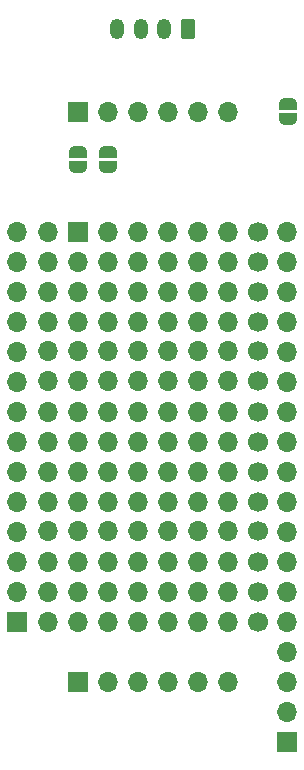
<source format=gbr>
%TF.GenerationSoftware,KiCad,Pcbnew,(6.0.4)*%
%TF.CreationDate,2022-04-21T22:00:58-04:00*%
%TF.ProjectId,firebeetle-shield,66697265-6265-4657-946c-652d73686965,rev?*%
%TF.SameCoordinates,Original*%
%TF.FileFunction,Soldermask,Bot*%
%TF.FilePolarity,Negative*%
%FSLAX46Y46*%
G04 Gerber Fmt 4.6, Leading zero omitted, Abs format (unit mm)*
G04 Created by KiCad (PCBNEW (6.0.4)) date 2022-04-21 22:00:58*
%MOMM*%
%LPD*%
G01*
G04 APERTURE LIST*
G04 Aperture macros list*
%AMRoundRect*
0 Rectangle with rounded corners*
0 $1 Rounding radius*
0 $2 $3 $4 $5 $6 $7 $8 $9 X,Y pos of 4 corners*
0 Add a 4 corners polygon primitive as box body*
4,1,4,$2,$3,$4,$5,$6,$7,$8,$9,$2,$3,0*
0 Add four circle primitives for the rounded corners*
1,1,$1+$1,$2,$3*
1,1,$1+$1,$4,$5*
1,1,$1+$1,$6,$7*
1,1,$1+$1,$8,$9*
0 Add four rect primitives between the rounded corners*
20,1,$1+$1,$2,$3,$4,$5,0*
20,1,$1+$1,$4,$5,$6,$7,0*
20,1,$1+$1,$6,$7,$8,$9,0*
20,1,$1+$1,$8,$9,$2,$3,0*%
%AMFreePoly0*
4,1,22,0.500000,-0.750000,0.000000,-0.750000,0.000000,-0.745033,-0.079941,-0.743568,-0.215256,-0.701293,-0.333266,-0.622738,-0.424486,-0.514219,-0.481581,-0.384460,-0.499164,-0.250000,-0.500000,-0.250000,-0.500000,0.250000,-0.499164,0.250000,-0.499963,0.256109,-0.478152,0.396186,-0.417904,0.524511,-0.324060,0.630769,-0.204165,0.706417,-0.067858,0.745374,0.000000,0.744959,0.000000,0.750000,
0.500000,0.750000,0.500000,-0.750000,0.500000,-0.750000,$1*%
%AMFreePoly1*
4,1,20,0.000000,0.744959,0.073905,0.744508,0.209726,0.703889,0.328688,0.626782,0.421226,0.519385,0.479903,0.390333,0.500000,0.250000,0.500000,-0.250000,0.499851,-0.262216,0.476331,-0.402017,0.414519,-0.529596,0.319384,-0.634700,0.198574,-0.708877,0.061801,-0.746166,0.000000,-0.745033,0.000000,-0.750000,-0.500000,-0.750000,-0.500000,0.750000,0.000000,0.750000,0.000000,0.744959,
0.000000,0.744959,$1*%
G04 Aperture macros list end*
%ADD10C,1.700000*%
%ADD11O,1.700000X1.700000*%
%ADD12R,1.700000X1.700000*%
%ADD13RoundRect,0.250000X0.350000X0.625000X-0.350000X0.625000X-0.350000X-0.625000X0.350000X-0.625000X0*%
%ADD14O,1.200000X1.750000*%
%ADD15FreePoly0,270.000000*%
%ADD16FreePoly1,270.000000*%
%ADD17FreePoly0,90.000000*%
%ADD18FreePoly1,90.000000*%
G04 APERTURE END LIST*
D10*
%TO.C,REF\u002A\u002A*%
X123948658Y-151680000D03*
X123948658Y-146528857D03*
X123890000Y-144060000D03*
X123948658Y-149140000D03*
X123930908Y-141520000D03*
X123930908Y-131315969D03*
X123930908Y-126280000D03*
X123930908Y-123731678D03*
X123930908Y-133864291D03*
X123890000Y-154220000D03*
X123890000Y-121200000D03*
X123930908Y-128820000D03*
X123930908Y-136440000D03*
X123930908Y-138980000D03*
D11*
X121390908Y-126280000D03*
X121390908Y-131315969D03*
X121350000Y-144060000D03*
X121390908Y-138980000D03*
X121408658Y-149140000D03*
X121390908Y-136440000D03*
X121390908Y-141520000D03*
X121390908Y-123731678D03*
X121408658Y-146528857D03*
X121390908Y-128820000D03*
X121350000Y-154220000D03*
X121390908Y-133864291D03*
X121350000Y-121200000D03*
X121408658Y-151680000D03*
X118850908Y-138980000D03*
X118850908Y-128820000D03*
X118850908Y-131315969D03*
X118868658Y-146528857D03*
X118868658Y-149140000D03*
X118850908Y-133864291D03*
X118868658Y-151680000D03*
X118810000Y-144060000D03*
X118810000Y-121200000D03*
X118850908Y-141520000D03*
X118850908Y-136440000D03*
X118850908Y-126280000D03*
X118850908Y-123731678D03*
X118810000Y-154220000D03*
X116270000Y-154220000D03*
X116328658Y-149140000D03*
X116328658Y-151680000D03*
X116270000Y-144060000D03*
X116310908Y-141520000D03*
X116310908Y-126280000D03*
X116310908Y-136440000D03*
X116328658Y-146528857D03*
X116270000Y-121200000D03*
X116310908Y-131315969D03*
X116310908Y-133864291D03*
X116310908Y-138980000D03*
X116310908Y-128820000D03*
X116310908Y-123731678D03*
X113770908Y-138980000D03*
X113770908Y-126280000D03*
X113788658Y-146528857D03*
X113730000Y-154220000D03*
X113730000Y-144060000D03*
X113730000Y-121200000D03*
X113770908Y-141520000D03*
X113770908Y-133864291D03*
X113770908Y-128820000D03*
X113770908Y-136440000D03*
X113788658Y-151680000D03*
X113770908Y-131315969D03*
X113770908Y-123731678D03*
X113788658Y-149140000D03*
X111230908Y-141520000D03*
X111230908Y-123731678D03*
X111230908Y-138980000D03*
X111248658Y-151680000D03*
X111230908Y-136440000D03*
X111230908Y-131315969D03*
X111248658Y-146528857D03*
X111230908Y-133864291D03*
X111190000Y-144060000D03*
X111248658Y-149140000D03*
X111230908Y-126280000D03*
X111190000Y-154220000D03*
X111190000Y-121200000D03*
X111230908Y-128820000D03*
X108690908Y-126280000D03*
X108690908Y-128820000D03*
D12*
X108650000Y-121200000D03*
D11*
X108708658Y-149140000D03*
X108650000Y-154220000D03*
X108690908Y-138980000D03*
X108690908Y-136440000D03*
X108708658Y-146528857D03*
X108690908Y-141520000D03*
X108708658Y-151680000D03*
X108690908Y-131315969D03*
X108650000Y-144060000D03*
X108690908Y-133864291D03*
X108690908Y-123731678D03*
X106150908Y-141520000D03*
X106110000Y-144060000D03*
X106150908Y-126280000D03*
X106150908Y-128820000D03*
X106168658Y-146528857D03*
X106110000Y-154220000D03*
X106150908Y-136440000D03*
X106150908Y-138980000D03*
X106150908Y-131315969D03*
X106150908Y-133864291D03*
X106168658Y-151680000D03*
X106150908Y-123731678D03*
X106168658Y-149140000D03*
X106110000Y-121200000D03*
%TD*%
D12*
%TO.C,J2*%
X108650000Y-111040000D03*
D11*
X111190000Y-111040000D03*
X113730000Y-111040000D03*
X116270000Y-111040000D03*
X118810000Y-111040000D03*
X121350000Y-111040000D03*
%TD*%
D13*
%TO.C,J3*%
X118000000Y-104000000D03*
D14*
X116000000Y-104000000D03*
X114000000Y-104000000D03*
X112000000Y-104000000D03*
%TD*%
D12*
%TO.C,J4*%
X108650000Y-159300000D03*
D11*
X111190000Y-159300000D03*
X113730000Y-159300000D03*
X116270000Y-159300000D03*
X118810000Y-159300000D03*
X121350000Y-159300000D03*
%TD*%
D15*
%TO.C,JP2*%
X111190000Y-114454000D03*
D16*
X111190000Y-115754000D03*
%TD*%
D12*
%TO.C,J5*%
X126405000Y-164370000D03*
D11*
X126405000Y-161830000D03*
X126405000Y-159290000D03*
X126405000Y-156750000D03*
X126405000Y-154210000D03*
X126405000Y-151670000D03*
X126405000Y-149130000D03*
X126405000Y-146590000D03*
X126405000Y-144050000D03*
X126405000Y-141510000D03*
X126405000Y-138970000D03*
X126405000Y-136430000D03*
X126405000Y-133890000D03*
X126405000Y-131350000D03*
X126405000Y-128810000D03*
X126405000Y-126270000D03*
X126405000Y-123730000D03*
X126405000Y-121190000D03*
%TD*%
D17*
%TO.C,JP3*%
X126430000Y-111690000D03*
D18*
X126430000Y-110390000D03*
%TD*%
D12*
%TO.C,J1*%
X103545000Y-154210000D03*
D11*
X103545000Y-151670000D03*
X103545000Y-149130000D03*
X103545000Y-146590000D03*
X103545000Y-144050000D03*
X103545000Y-141510000D03*
X103545000Y-138970000D03*
X103545000Y-136430000D03*
X103545000Y-133890000D03*
X103545000Y-131350000D03*
X103545000Y-128810000D03*
X103545000Y-126270000D03*
X103545000Y-123730000D03*
X103545000Y-121190000D03*
%TD*%
D15*
%TO.C,JP1*%
X108650000Y-114454000D03*
D16*
X108650000Y-115754000D03*
%TD*%
M02*

</source>
